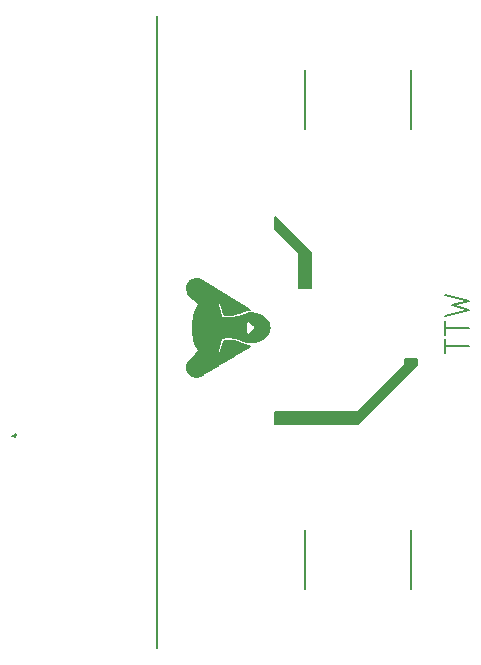
<source format=gbr>
%TF.GenerationSoftware,KiCad,Pcbnew,(6.0.7)*%
%TF.CreationDate,2023-04-13T09:30:39-06:00*%
%TF.ProjectId,TTW,5454572e-6b69-4636-9164-5f7063625858,rev?*%
%TF.SameCoordinates,Original*%
%TF.FileFunction,Legend,Top*%
%TF.FilePolarity,Positive*%
%FSLAX46Y46*%
G04 Gerber Fmt 4.6, Leading zero omitted, Abs format (unit mm)*
G04 Created by KiCad (PCBNEW (6.0.7)) date 2023-04-13 09:30:39*
%MOMM*%
%LPD*%
G01*
G04 APERTURE LIST*
%ADD10C,0.150000*%
G04 APERTURE END LIST*
D10*
G36*
X95500000Y-109000000D02*
G01*
X94500000Y-109000000D01*
X94500000Y-106000000D01*
X95500000Y-106000000D01*
X95500000Y-109000000D01*
G37*
X95500000Y-109000000D02*
X94500000Y-109000000D01*
X94500000Y-106000000D01*
X95500000Y-106000000D01*
X95500000Y-109000000D01*
G36*
X95500000Y-106000000D02*
G01*
X94500000Y-106000000D01*
X92500000Y-104000000D01*
X92500000Y-103000000D01*
X95500000Y-106000000D01*
G37*
X95500000Y-106000000D02*
X94500000Y-106000000D01*
X92500000Y-104000000D01*
X92500000Y-103000000D01*
X95500000Y-106000000D01*
G36*
X104500000Y-115500000D02*
G01*
X103500000Y-115500000D01*
X103500000Y-115000000D01*
X104500000Y-115000000D01*
X104500000Y-115500000D01*
G37*
X104500000Y-115500000D02*
X103500000Y-115500000D01*
X103500000Y-115000000D01*
X104500000Y-115000000D01*
X104500000Y-115500000D01*
G36*
X99500000Y-120500000D02*
G01*
X99500000Y-119500000D01*
X103500000Y-115500000D01*
X104500000Y-115500000D01*
X99500000Y-120500000D01*
G37*
X99500000Y-120500000D02*
X99500000Y-119500000D01*
X103500000Y-115500000D01*
X104500000Y-115500000D01*
X99500000Y-120500000D01*
G36*
X99500000Y-120500000D02*
G01*
X92500000Y-120500000D01*
X92500000Y-119500000D01*
X99500000Y-119500000D01*
X99500000Y-120500000D01*
G37*
X99500000Y-120500000D02*
X92500000Y-120500000D01*
X92500000Y-119500000D01*
X99500000Y-119500000D01*
X99500000Y-120500000D01*
X89913744Y-110920066D02*
X89913744Y-110541045D01*
X88167544Y-111545266D02*
X88167544Y-113189876D01*
X89675644Y-110399066D02*
X89675644Y-111013552D01*
X85627544Y-109970666D02*
X85627544Y-108248846D01*
X70240444Y-121568366D02*
X70505044Y-121568366D01*
X86228744Y-108343666D02*
X86082678Y-108268947D01*
X85145194Y-115262564D02*
X85070694Y-115394390D01*
X87294344Y-108979166D02*
X87294344Y-115756446D01*
X85013344Y-115670696D02*
X85013344Y-115670696D01*
X92011790Y-112240006D02*
X91989174Y-112114181D01*
X85936744Y-108229034D02*
X85793345Y-108220839D01*
X88474294Y-113165218D02*
X88712238Y-113171251D01*
X89516844Y-113668006D02*
X89516844Y-114431134D01*
X87770644Y-114481066D02*
X87770644Y-115472426D01*
X90035924Y-112840517D02*
X90024444Y-112783646D01*
X88485044Y-111271466D02*
X88485044Y-109689116D01*
X88564344Y-109736366D02*
X88564344Y-111271786D01*
X86659344Y-108600466D02*
X86659344Y-116135026D01*
X91747937Y-113066358D02*
X91830862Y-112967742D01*
X90366074Y-111826336D02*
X90766094Y-112226366D01*
X87840488Y-110268400D02*
X87884707Y-110303835D01*
X87453144Y-109073766D02*
X87453144Y-115661716D01*
X89182953Y-113242867D02*
X89413556Y-113305512D01*
X89596244Y-111045866D02*
X89596244Y-110351657D01*
X87929344Y-113254196D02*
X87929344Y-111481316D01*
X89040644Y-113511696D02*
X89040644Y-114715126D01*
X88088144Y-113202666D02*
X88088144Y-111531816D01*
X90310634Y-113602636D02*
X90310634Y-112950813D01*
X85706844Y-113565996D02*
X85706844Y-111169556D01*
X91143462Y-113437528D02*
X91344239Y-113338847D01*
X88992381Y-111530795D02*
X88756600Y-111561521D01*
X88144544Y-113500236D02*
X87910744Y-114372536D01*
X87879744Y-113328926D02*
X87923344Y-113257156D01*
X90724025Y-113575176D02*
X90936174Y-113517905D01*
X88246844Y-113179896D02*
X88246844Y-111555736D01*
X85145172Y-109473167D02*
X85253444Y-109596466D01*
X88989144Y-111226828D02*
X89399678Y-111117774D01*
X87929344Y-109357766D02*
X87929344Y-110432666D01*
X85025846Y-108926806D02*
X85013421Y-109065199D01*
X88008744Y-110728866D02*
X88008744Y-109405136D01*
X89913744Y-114194486D02*
X89913744Y-113812946D01*
X88405644Y-113472266D02*
X88405644Y-115093776D01*
X91898710Y-111876134D02*
X91830862Y-111767799D01*
X91989174Y-112621365D02*
X92011790Y-112495541D01*
X87728044Y-110260716D02*
X87785721Y-110254711D01*
X90058548Y-111854918D02*
X90098693Y-111813574D01*
X86500644Y-108505866D02*
X86500644Y-116229756D01*
X91104384Y-111280966D02*
X91104384Y-113454316D01*
X89225589Y-111481590D02*
X88992381Y-111530795D01*
X87373744Y-115709076D02*
X87373744Y-109026466D01*
X88712238Y-113171251D02*
X88948819Y-113197623D01*
X89301115Y-113588595D02*
X89083313Y-113522118D01*
X90707514Y-112567776D02*
X90707514Y-113578296D01*
X89120044Y-111198366D02*
X89120044Y-110067706D01*
X90469384Y-112805906D02*
X90469384Y-113606294D01*
X85865644Y-108221266D02*
X85865644Y-110208756D01*
X87998644Y-111515466D02*
X87923344Y-111478366D01*
X85151244Y-108614466D02*
X85151244Y-109481386D01*
X85070694Y-115394390D02*
X85027544Y-115531456D01*
X88961244Y-111231866D02*
X88961244Y-109973016D01*
X89278744Y-111467866D02*
X89278744Y-113266896D01*
X90231264Y-110842066D02*
X90231264Y-110730386D01*
X90393564Y-110827166D02*
X86228744Y-108343666D01*
X85656563Y-111345552D02*
X85599559Y-111597430D01*
X88088144Y-109452466D02*
X88088144Y-111025036D01*
X90317525Y-111788800D02*
X90366074Y-111826336D01*
X85534412Y-112625949D02*
X85558842Y-112883077D01*
X89859844Y-113477136D02*
X90074926Y-113560321D01*
X90393564Y-113908376D02*
X90166803Y-113879737D01*
X91830862Y-112967742D02*
X91898710Y-112859409D01*
X91344239Y-113338847D02*
X91536854Y-113226666D01*
X90231264Y-113891136D02*
X90231264Y-114005161D01*
X88326244Y-115141106D02*
X88326244Y-113478286D01*
X88144544Y-111235266D02*
X88356989Y-111264788D01*
X85945044Y-110288166D02*
X85945044Y-108230646D01*
X90628134Y-112647156D02*
X90628134Y-113591869D01*
X90310634Y-110832366D02*
X90310634Y-110777665D01*
X91025014Y-113486116D02*
X91025014Y-111249326D01*
X90210765Y-112966812D02*
X90155659Y-112953707D01*
X90262368Y-111770472D02*
X90317525Y-111788800D01*
X87879744Y-111406566D02*
X87620944Y-110440666D01*
X91156569Y-111303560D02*
X90953630Y-111223468D01*
X89040644Y-113213276D02*
X89040644Y-111522016D01*
X90108874Y-111166818D02*
X89900644Y-111242866D01*
X88948819Y-113197623D02*
X89182953Y-113242867D01*
X85925294Y-114116178D02*
X86047444Y-114344936D01*
X88643744Y-114951776D02*
X88643744Y-113467156D01*
X85198506Y-108547628D02*
X85120793Y-108664935D01*
X86024344Y-108249366D02*
X86024344Y-110367566D01*
X88246844Y-113486696D02*
X88246844Y-115188436D01*
X88042944Y-111523066D02*
X87998644Y-111515466D01*
X89639548Y-113384092D02*
X89859844Y-113477136D01*
X104000000Y-129500000D02*
X104000000Y-134500000D01*
X89437544Y-111104466D02*
X89437544Y-110257020D01*
X85865644Y-113988256D02*
X85865644Y-110747296D01*
X85865644Y-114526786D02*
X85865644Y-116513776D01*
X85027544Y-115531456D02*
X85013344Y-115670696D01*
X88723144Y-109831066D02*
X88723144Y-111263866D01*
X89278744Y-111155766D02*
X89278744Y-110162345D01*
X90155659Y-112953707D02*
X90105503Y-112927193D01*
X90945634Y-111220866D02*
X90945634Y-113514626D01*
X91977514Y-112664796D02*
X91977514Y-112070766D01*
X90319944Y-112946212D02*
X90266851Y-112964862D01*
X88961244Y-114762456D02*
X88961244Y-113494706D01*
X90089073Y-110869628D02*
X90240151Y-110840677D01*
X91951481Y-112743302D02*
X91989174Y-112621365D01*
X90072544Y-113858406D02*
X90072544Y-114099820D01*
X85548144Y-108276766D02*
X85548144Y-109891206D01*
X90310634Y-113901586D02*
X90310634Y-113957826D01*
X92011790Y-112495541D02*
X92019329Y-112367773D01*
X85293176Y-108443523D02*
X85198506Y-108547628D01*
X88860271Y-113478348D02*
X88629644Y-113467376D01*
X90533368Y-111132686D02*
X90320529Y-111131710D01*
X89993144Y-113533686D02*
X89993144Y-111203756D01*
X91739384Y-111660716D02*
X91739384Y-113074846D01*
X85688423Y-116501461D02*
X85792899Y-116514273D01*
X87850044Y-115425086D02*
X87850044Y-114461954D01*
X88280968Y-111559632D02*
X88042944Y-111523066D01*
X90064267Y-112888914D02*
X90035924Y-112840517D01*
X88485044Y-111571286D02*
X88485044Y-113165136D01*
X85627544Y-116486486D02*
X85627544Y-114764926D01*
X90098693Y-111813574D02*
X90148808Y-111784575D01*
X85786244Y-110939966D02*
X85786244Y-113795656D01*
X86897544Y-115993066D02*
X86897544Y-108742486D01*
X88167544Y-115235766D02*
X88167544Y-113497026D01*
X85310044Y-108428266D02*
X85310044Y-109653116D01*
X86976844Y-108789766D02*
X86976844Y-115945686D01*
X85548144Y-112789436D02*
X85548144Y-111946123D01*
X88881844Y-113481516D02*
X88881844Y-114809786D01*
X85013344Y-115670696D02*
X85041111Y-115876906D01*
X88723144Y-113172126D02*
X88723144Y-111564096D01*
X85230644Y-108508866D02*
X85230644Y-109574116D01*
X87884707Y-110303835D02*
X87910744Y-110363066D01*
X89358144Y-110209666D02*
X89358144Y-111131293D01*
X87691244Y-115519756D02*
X87691244Y-114460516D01*
X89755044Y-114289146D02*
X89755044Y-113758125D01*
X90548764Y-112726526D02*
X90548764Y-113601226D01*
X87675092Y-114451185D02*
X87634500Y-114411943D01*
X88236068Y-113180994D02*
X88474294Y-113165218D01*
X85401931Y-116379562D02*
X85587763Y-116473874D01*
X85786244Y-110129366D02*
X85786244Y-108221346D01*
X91421884Y-111439766D02*
X91421884Y-113295516D01*
X82500000Y-86000000D02*
X82500000Y-139500000D01*
X85792899Y-116514273D02*
X85900179Y-116511014D01*
X90072544Y-110873866D02*
X90072544Y-110635643D01*
X87634500Y-110323607D02*
X87675092Y-110284365D01*
X88802544Y-114857116D02*
X88802544Y-113472066D01*
X90072544Y-113559576D02*
X90072544Y-112898358D01*
X90508667Y-113604538D02*
X90724025Y-113575176D01*
X85310044Y-116307336D02*
X85310044Y-115082456D01*
X86103744Y-116457606D02*
X86103744Y-108277786D01*
X88564344Y-113466776D02*
X88564344Y-114999106D01*
X90266851Y-112964862D02*
X90210765Y-112966812D01*
X90953630Y-111223468D02*
X90745149Y-111164891D01*
X91951481Y-111992243D02*
X91898710Y-111876134D01*
X85253444Y-109596466D02*
X86047444Y-110390566D01*
X89120044Y-114667796D02*
X89120044Y-113532076D01*
X90786884Y-112276516D02*
X90786884Y-111174726D01*
X91747937Y-111669180D02*
X91649934Y-111582222D01*
X89199344Y-113555256D02*
X89199344Y-114620456D01*
X87850044Y-110273566D02*
X87850044Y-109310413D01*
X90204747Y-111769635D02*
X90262368Y-111770472D01*
X85120521Y-116070703D02*
X85243489Y-116241714D01*
X87884707Y-114431737D02*
X87840488Y-114467155D01*
X95000000Y-95500000D02*
X95000000Y-90500000D01*
X90390014Y-110827266D02*
X90390014Y-110824985D01*
X87923344Y-111478366D02*
X87879744Y-111406566D01*
X90231264Y-113593656D02*
X90231264Y-112967812D01*
X91649934Y-113153314D02*
X91747937Y-113066358D01*
X90032517Y-111906891D02*
X90058548Y-111854918D01*
X85819430Y-113880066D02*
X85925294Y-114116178D01*
X70293344Y-121488991D02*
X70452144Y-121647741D01*
X85243489Y-116241714D02*
X85401931Y-116379562D01*
X89278744Y-114573136D02*
X89278744Y-113581073D01*
X85706844Y-108230566D02*
X85706844Y-110050026D01*
X88008744Y-115330426D02*
X88008744Y-114006796D01*
X87910744Y-110363066D02*
X88144544Y-111235266D01*
X89834344Y-110493666D02*
X89834344Y-110947617D01*
X85945044Y-116504566D02*
X85945044Y-114447406D01*
X91501264Y-113248526D02*
X91501264Y-111486866D01*
X85468744Y-116420536D02*
X85468744Y-114923686D01*
X90024444Y-112783646D02*
X90024744Y-112767776D01*
X90166803Y-113879737D02*
X89946521Y-113823348D01*
X88356989Y-111264788D02*
X88569010Y-111271777D01*
X89120044Y-111506066D02*
X89120044Y-113228956D01*
X89755044Y-110979466D02*
X89755044Y-110446317D01*
X88643744Y-111569016D02*
X88643744Y-113167446D01*
X87691244Y-110703066D02*
X87691244Y-114032536D01*
X85062438Y-108792356D02*
X85025846Y-108926806D01*
X89437544Y-111421466D02*
X89437544Y-113313176D01*
X92019329Y-112367773D02*
X92011790Y-112240006D01*
X90628134Y-112088406D02*
X90628134Y-111143658D01*
X85468744Y-108315066D02*
X85468744Y-109811846D01*
X85534412Y-112109590D02*
X85526269Y-112367770D01*
X91263134Y-111354166D02*
X91263134Y-113380906D01*
X89900644Y-111242866D02*
X89455311Y-111415883D01*
X90366074Y-112909216D02*
X90319944Y-112946212D01*
X86421244Y-116277046D02*
X86421244Y-108458496D01*
X87613906Y-114359155D02*
X87620944Y-114294866D01*
X85786244Y-116513836D02*
X85786244Y-114606166D01*
X85558842Y-111852460D02*
X85534412Y-112109590D01*
X85526269Y-112367770D02*
X85534412Y-112625949D01*
X88802544Y-111556966D02*
X88802544Y-113179116D01*
X87056244Y-115898396D02*
X87056244Y-108837136D01*
X85013421Y-109065199D02*
X85027564Y-109204447D01*
X87532544Y-115614416D02*
X87532544Y-109121126D01*
X88569010Y-111271777D02*
X88779947Y-111258401D01*
X91649934Y-111582222D02*
X91536854Y-111508866D01*
X85627544Y-111464666D02*
X85627544Y-113270966D01*
X70478544Y-121356700D02*
X70584377Y-121462533D01*
X89199344Y-110115066D02*
X89199344Y-111178286D01*
X86818144Y-108695166D02*
X86818144Y-116040406D01*
X89675644Y-113728626D02*
X89675644Y-114336474D01*
X91183764Y-113419196D02*
X91183764Y-111316076D01*
X85925294Y-110619332D02*
X85819430Y-110855453D01*
X88088144Y-113710696D02*
X88088144Y-115283096D01*
X87910744Y-114372536D02*
X87884707Y-114431737D01*
X90024744Y-111967776D02*
X90032517Y-111906891D01*
X90390014Y-111128566D02*
X90390014Y-111850306D01*
X85587763Y-116473874D02*
X85688423Y-116501461D01*
X89755044Y-111305766D02*
X89755044Y-113430866D01*
X85793345Y-108220839D02*
X85654886Y-108241277D01*
X90390014Y-113908126D02*
X90390014Y-113910492D01*
X90866264Y-113539516D02*
X90866264Y-111196036D01*
X90469384Y-111929656D02*
X90469384Y-111129070D01*
X85706844Y-114685546D02*
X85706844Y-116504776D01*
X88802544Y-111255766D02*
X88802544Y-109878446D01*
X88643744Y-111269166D02*
X88643744Y-109783766D01*
X90786884Y-112459016D02*
X90786884Y-113560876D01*
X85558842Y-112883077D02*
X85599559Y-113138104D01*
X89946521Y-113823348D02*
X89516021Y-113667686D01*
X86047444Y-110390566D02*
X85925294Y-110619332D01*
X85599559Y-113138104D02*
X85656563Y-113389978D01*
X89358144Y-113288846D02*
X89358144Y-111445586D01*
X88405644Y-109641766D02*
X88405644Y-111268306D01*
X89516844Y-110304366D02*
X89516844Y-111076140D01*
X85729853Y-113637648D02*
X85819430Y-113880066D01*
X86262544Y-116371716D02*
X86262544Y-108363846D01*
X87770644Y-109263066D02*
X87770644Y-110254445D01*
X85071844Y-115968416D02*
X85071844Y-115391842D01*
X87770644Y-113736236D02*
X87770644Y-110999276D01*
X90151884Y-113579136D02*
X90151884Y-112952153D01*
X89993144Y-113837136D02*
X89993144Y-114147154D01*
X88881844Y-113188226D02*
X88881844Y-111547576D01*
X70372744Y-121462533D02*
X70478577Y-121568366D01*
X90240151Y-110840677D02*
X90393564Y-110827166D01*
X88881844Y-109925766D02*
X88881844Y-111245206D01*
X88485044Y-115046446D02*
X88485044Y-113468396D01*
X90548764Y-112009026D02*
X90548764Y-111134236D01*
X87785721Y-110254711D02*
X87840488Y-110268400D01*
X85230644Y-116226746D02*
X85230644Y-115161516D01*
X90310634Y-111132666D02*
X90310634Y-111785511D01*
X85523769Y-108287261D02*
X85402398Y-108355705D01*
X87850044Y-111295566D02*
X87850044Y-113440016D01*
X88167544Y-111239466D02*
X88167544Y-109499756D01*
X85729853Y-111097876D02*
X85656563Y-111345552D01*
X85253444Y-115139046D02*
X85145194Y-115262564D01*
X89413556Y-113305512D02*
X89639548Y-113384092D01*
X85402398Y-108355705D02*
X85293176Y-108443523D01*
X88008744Y-111517266D02*
X88008744Y-113218046D01*
X86183144Y-108316566D02*
X86183144Y-116418876D01*
X88386381Y-113473411D02*
X88144544Y-113500236D01*
X85900179Y-116511014D02*
X86009254Y-116490385D01*
X88564344Y-113165186D02*
X88564344Y-111571376D01*
X90072544Y-111177166D02*
X90072544Y-111837851D01*
X88723144Y-113467476D02*
X88723144Y-114904446D01*
X89199344Y-113246846D02*
X89199344Y-111487866D01*
X87620944Y-110440666D02*
X87613906Y-110376391D01*
X90936174Y-113517905D02*
X91143462Y-113437528D01*
X91830862Y-111767799D02*
X91747937Y-111669180D01*
X87728044Y-114474832D02*
X87675092Y-114451185D01*
X90824704Y-112367746D02*
X90766094Y-112509186D01*
X88326244Y-111261866D02*
X88326244Y-109594456D01*
X90105503Y-112927193D02*
X90064267Y-112888914D01*
X88246844Y-109547066D02*
X88246844Y-111252406D01*
X88756600Y-111561521D02*
X88519158Y-111571792D01*
X89083313Y-113522118D02*
X88860271Y-113478348D01*
X87613906Y-110376391D02*
X87634500Y-110323607D01*
X86119112Y-116451092D02*
X86228744Y-116391836D01*
X89675644Y-113398326D02*
X89675644Y-111337546D01*
X91536854Y-111508866D02*
X91351724Y-111400311D01*
X91351724Y-111400311D02*
X91156569Y-111303560D01*
X89516021Y-113667686D02*
X89301115Y-113588595D01*
X90148808Y-111784575D02*
X90204747Y-111769635D01*
X87215044Y-115803736D02*
X87215044Y-108931796D01*
X89834344Y-113465666D02*
X89834344Y-111271866D01*
X86024344Y-114304306D02*
X86024344Y-110431246D01*
X88779947Y-111258401D02*
X88989144Y-111226828D01*
X85151244Y-116121566D02*
X85151244Y-115254449D01*
X91818764Y-112983796D02*
X91818764Y-111751746D01*
X89399678Y-111117774D02*
X89795344Y-110961966D01*
X89795344Y-110961966D02*
X90089073Y-110869628D01*
X104000000Y-95500000D02*
X104000000Y-90500000D01*
X91580634Y-111534666D02*
X91580634Y-113200966D01*
X85070680Y-109341465D02*
X85145172Y-109473167D01*
X85027564Y-109204447D02*
X85070680Y-109341465D01*
X87675092Y-110284365D02*
X87728044Y-110260716D01*
X86738744Y-116087726D02*
X86738744Y-108647826D01*
X85819430Y-110855453D02*
X85729853Y-111097876D01*
X90074926Y-113560321D02*
X90291750Y-113601187D01*
X89913744Y-111236966D02*
X89913744Y-113502296D01*
X90707514Y-112167776D02*
X90707514Y-111157256D01*
X87634500Y-114411943D02*
X87613906Y-114359155D01*
X91989174Y-112114181D02*
X91951481Y-111992243D01*
X85599559Y-111597430D02*
X85558842Y-111852460D01*
X88405644Y-113167556D02*
X88405644Y-111568836D01*
X91898134Y-111875116D02*
X91898134Y-112860432D01*
X91898710Y-112859409D02*
X91951481Y-112743302D01*
X86341844Y-108411166D02*
X86341844Y-116324376D01*
X86024344Y-114368026D02*
X86024344Y-116485966D01*
X87998644Y-113220046D02*
X88236068Y-113180994D01*
X86228744Y-116391836D02*
X90393564Y-113908376D01*
X91536854Y-113226666D02*
X91649934Y-113153314D01*
X90151884Y-113876546D02*
X90151884Y-114052489D01*
X89596244Y-111367366D02*
X89596244Y-113367816D01*
X87923344Y-113257156D02*
X87998644Y-113220046D01*
X89516844Y-113339406D02*
X89516844Y-111395436D01*
X85548144Y-114844306D02*
X85548144Y-116458606D01*
X89437544Y-114478466D02*
X89437544Y-113638031D01*
X85120793Y-108664935D02*
X85062438Y-108792356D01*
X90390014Y-113606886D02*
X90390014Y-112885272D01*
X88326244Y-111563566D02*
X88326244Y-113172496D01*
X89993144Y-110588366D02*
X89993144Y-110895360D01*
X86082678Y-108268947D02*
X85936744Y-108229034D01*
X85945044Y-110580066D02*
X85945044Y-114155546D01*
X91342514Y-113339756D02*
X91342514Y-111395426D01*
X87620944Y-114294866D02*
X87879744Y-113328926D01*
X85389344Y-116370756D02*
X85389344Y-115003066D01*
X85071844Y-108767966D02*
X85071844Y-109344189D01*
X90745149Y-111164891D02*
X90533368Y-111132686D01*
X70425644Y-121409616D02*
X70531477Y-121515449D01*
X85389344Y-108364966D02*
X85389344Y-109732506D01*
X85041111Y-115876906D02*
X85120521Y-116070703D01*
X91660014Y-113145326D02*
X91660014Y-111590236D01*
X87840488Y-114467155D02*
X87785721Y-114480838D01*
X87785721Y-114480838D02*
X87728044Y-114474832D01*
X87611844Y-109168466D02*
X87611844Y-115567096D01*
X87691244Y-110275066D02*
X87691244Y-109215806D01*
X89040644Y-110020366D02*
X89040644Y-111216416D01*
X86580044Y-116182386D02*
X86580044Y-108553156D01*
X87135644Y-108884466D02*
X87135644Y-115851066D01*
X89455311Y-111415883D02*
X89225589Y-111481590D01*
X86047444Y-114344936D02*
X85253444Y-115139046D01*
X87929344Y-114302896D02*
X87929344Y-115377756D01*
X85656563Y-113389978D02*
X85729853Y-113637648D01*
X89834344Y-113786576D02*
X89834344Y-114241817D01*
X90024444Y-112783646D02*
X90024444Y-112783646D01*
X89358144Y-113609026D02*
X89358144Y-114525796D01*
X85654886Y-108241277D02*
X85523769Y-108287261D01*
X88519158Y-111571792D02*
X88280968Y-111559632D01*
X90151884Y-111156666D02*
X90151884Y-111783401D01*
X90766094Y-112509186D02*
X90366074Y-112909216D01*
X89596244Y-114383806D02*
X89596244Y-113698487D01*
X88629644Y-113467376D02*
X88386381Y-113473411D01*
X90320529Y-111131710D02*
X90108874Y-111166818D01*
X90151884Y-110855966D02*
X90151884Y-110683062D01*
X90231264Y-111142066D02*
X90231264Y-111768027D01*
X95000000Y-134500000D02*
X95000000Y-129500000D01*
X90766094Y-112226366D02*
X90824704Y-112367746D01*
X90024744Y-112767776D02*
X90024744Y-111967776D01*
X86009254Y-116490385D02*
X86119112Y-116451092D01*
X88961244Y-111535766D02*
X88961244Y-113199606D01*
X90291750Y-113601187D02*
X90508667Y-113604538D01*
X106904761Y-114476190D02*
X106904761Y-113333333D01*
X108904761Y-113904761D02*
X106904761Y-113904761D01*
X106904761Y-112952380D02*
X106904761Y-111809523D01*
X108904761Y-112380952D02*
X106904761Y-112380952D01*
X106904761Y-111333333D02*
X108904761Y-110857142D01*
X107476190Y-110476190D01*
X108904761Y-110095238D01*
X106904761Y-109619047D01*
M02*

</source>
